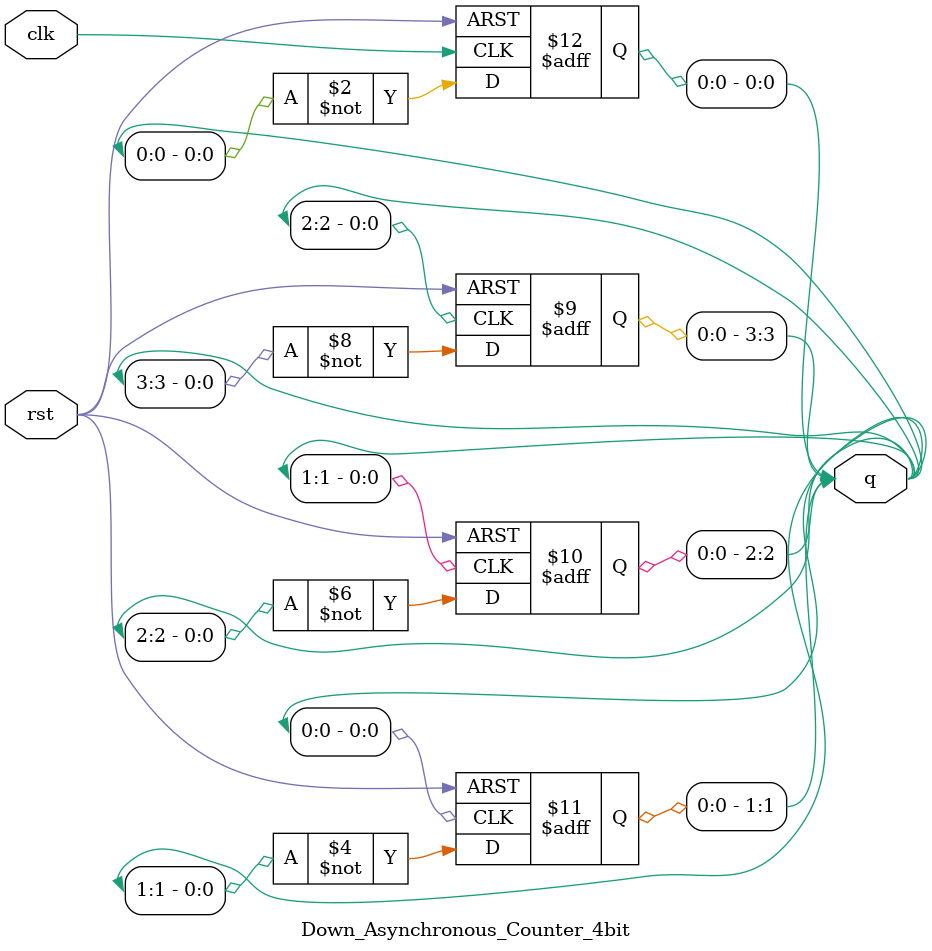
<source format=v>
`timescale 1ns / 1ps
module Down_Asynchronous_Counter_4bit(q, rst, clk);
    output reg [3:0] q;
    input wire rst;
    input wire clk;
	 
	 always @(posedge clk or posedge rst)begin
			if(rst)
				q[0] <= 1'b1;
			else
				q[0] <= ~q[0];
	 end
	 always @(negedge q[0] or posedge rst)begin
			if(rst)
				q[1] <= 1'b1;
			else
				q[1] <= ~q[1];
	 end
	 always @(negedge q[1] or posedge rst)begin
			if(rst)
				q[2] <= 1'b1;
			else
				q[2] <= ~q[2];
	 end
	 always @(negedge q[2] or posedge rst)begin
			if(rst)
				q[3] <= 1'b1;
			else
				q[3] <= ~q[3];
	 end
		


endmodule

</source>
